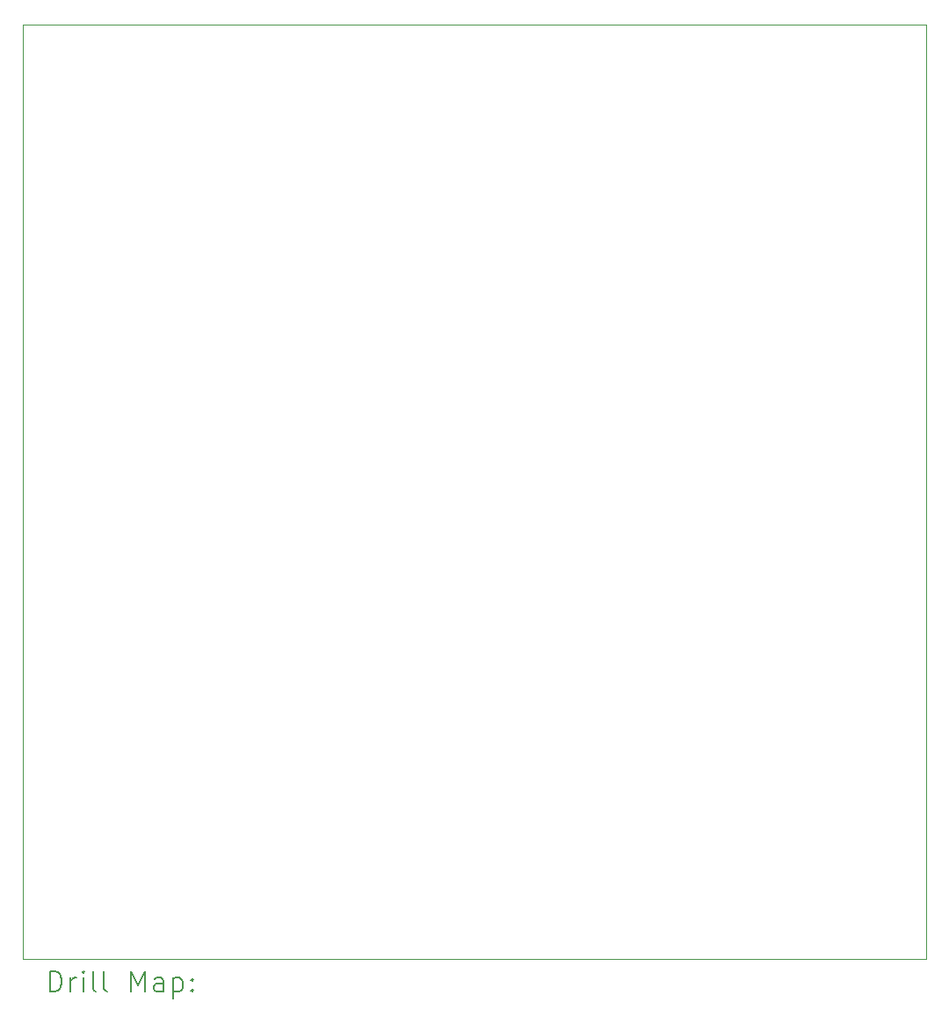
<source format=gbr>
%TF.GenerationSoftware,KiCad,Pcbnew,7.0.6*%
%TF.CreationDate,2023-08-02T15:10:34-04:00*%
%TF.ProjectId,Turing Machine State,54757269-6e67-4204-9d61-6368696e6520,rev?*%
%TF.SameCoordinates,Original*%
%TF.FileFunction,Drillmap*%
%TF.FilePolarity,Positive*%
%FSLAX45Y45*%
G04 Gerber Fmt 4.5, Leading zero omitted, Abs format (unit mm)*
G04 Created by KiCad (PCBNEW 7.0.6) date 2023-08-02 15:10:34*
%MOMM*%
%LPD*%
G01*
G04 APERTURE LIST*
%ADD10C,0.100000*%
%ADD11C,0.200000*%
G04 APERTURE END LIST*
D10*
X4800000Y-3500000D02*
X13500000Y-3500000D01*
X13500000Y-12500000D01*
X4800000Y-12500000D01*
X4800000Y-3500000D01*
D11*
X5055777Y-12816484D02*
X5055777Y-12616484D01*
X5055777Y-12616484D02*
X5103396Y-12616484D01*
X5103396Y-12616484D02*
X5131967Y-12626008D01*
X5131967Y-12626008D02*
X5151015Y-12645055D01*
X5151015Y-12645055D02*
X5160539Y-12664103D01*
X5160539Y-12664103D02*
X5170063Y-12702198D01*
X5170063Y-12702198D02*
X5170063Y-12730769D01*
X5170063Y-12730769D02*
X5160539Y-12768865D01*
X5160539Y-12768865D02*
X5151015Y-12787912D01*
X5151015Y-12787912D02*
X5131967Y-12806960D01*
X5131967Y-12806960D02*
X5103396Y-12816484D01*
X5103396Y-12816484D02*
X5055777Y-12816484D01*
X5255777Y-12816484D02*
X5255777Y-12683150D01*
X5255777Y-12721246D02*
X5265301Y-12702198D01*
X5265301Y-12702198D02*
X5274824Y-12692674D01*
X5274824Y-12692674D02*
X5293872Y-12683150D01*
X5293872Y-12683150D02*
X5312920Y-12683150D01*
X5379586Y-12816484D02*
X5379586Y-12683150D01*
X5379586Y-12616484D02*
X5370063Y-12626008D01*
X5370063Y-12626008D02*
X5379586Y-12635531D01*
X5379586Y-12635531D02*
X5389110Y-12626008D01*
X5389110Y-12626008D02*
X5379586Y-12616484D01*
X5379586Y-12616484D02*
X5379586Y-12635531D01*
X5503396Y-12816484D02*
X5484348Y-12806960D01*
X5484348Y-12806960D02*
X5474824Y-12787912D01*
X5474824Y-12787912D02*
X5474824Y-12616484D01*
X5608158Y-12816484D02*
X5589110Y-12806960D01*
X5589110Y-12806960D02*
X5579586Y-12787912D01*
X5579586Y-12787912D02*
X5579586Y-12616484D01*
X5836729Y-12816484D02*
X5836729Y-12616484D01*
X5836729Y-12616484D02*
X5903396Y-12759341D01*
X5903396Y-12759341D02*
X5970062Y-12616484D01*
X5970062Y-12616484D02*
X5970062Y-12816484D01*
X6151015Y-12816484D02*
X6151015Y-12711722D01*
X6151015Y-12711722D02*
X6141491Y-12692674D01*
X6141491Y-12692674D02*
X6122443Y-12683150D01*
X6122443Y-12683150D02*
X6084348Y-12683150D01*
X6084348Y-12683150D02*
X6065301Y-12692674D01*
X6151015Y-12806960D02*
X6131967Y-12816484D01*
X6131967Y-12816484D02*
X6084348Y-12816484D01*
X6084348Y-12816484D02*
X6065301Y-12806960D01*
X6065301Y-12806960D02*
X6055777Y-12787912D01*
X6055777Y-12787912D02*
X6055777Y-12768865D01*
X6055777Y-12768865D02*
X6065301Y-12749817D01*
X6065301Y-12749817D02*
X6084348Y-12740293D01*
X6084348Y-12740293D02*
X6131967Y-12740293D01*
X6131967Y-12740293D02*
X6151015Y-12730769D01*
X6246253Y-12683150D02*
X6246253Y-12883150D01*
X6246253Y-12692674D02*
X6265301Y-12683150D01*
X6265301Y-12683150D02*
X6303396Y-12683150D01*
X6303396Y-12683150D02*
X6322443Y-12692674D01*
X6322443Y-12692674D02*
X6331967Y-12702198D01*
X6331967Y-12702198D02*
X6341491Y-12721246D01*
X6341491Y-12721246D02*
X6341491Y-12778388D01*
X6341491Y-12778388D02*
X6331967Y-12797436D01*
X6331967Y-12797436D02*
X6322443Y-12806960D01*
X6322443Y-12806960D02*
X6303396Y-12816484D01*
X6303396Y-12816484D02*
X6265301Y-12816484D01*
X6265301Y-12816484D02*
X6246253Y-12806960D01*
X6427205Y-12797436D02*
X6436729Y-12806960D01*
X6436729Y-12806960D02*
X6427205Y-12816484D01*
X6427205Y-12816484D02*
X6417682Y-12806960D01*
X6417682Y-12806960D02*
X6427205Y-12797436D01*
X6427205Y-12797436D02*
X6427205Y-12816484D01*
X6427205Y-12692674D02*
X6436729Y-12702198D01*
X6436729Y-12702198D02*
X6427205Y-12711722D01*
X6427205Y-12711722D02*
X6417682Y-12702198D01*
X6417682Y-12702198D02*
X6427205Y-12692674D01*
X6427205Y-12692674D02*
X6427205Y-12711722D01*
M02*

</source>
